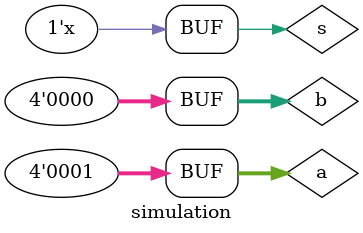
<source format=sv>
`timescale 1ns / 1ps

module simulation();
    // Input signals
    reg [3:0] a;
    reg [3:0] b;
    reg s;
    // Output signal
    wire [3:0] y;

    // Instantiate the mux module
    mux2to1 mux_inst (
        .a(a),
        .b(b),
        .s(s),
        .y(y)
    );
    
    // Set initial values for input signals
    initial begin
        a = 4'd1;
        b = 4'd0;
        s = 1'd0;
    end
    
    // Toggle s signal every 5 time units
    always #5 s <= ~s;
endmodule

</source>
